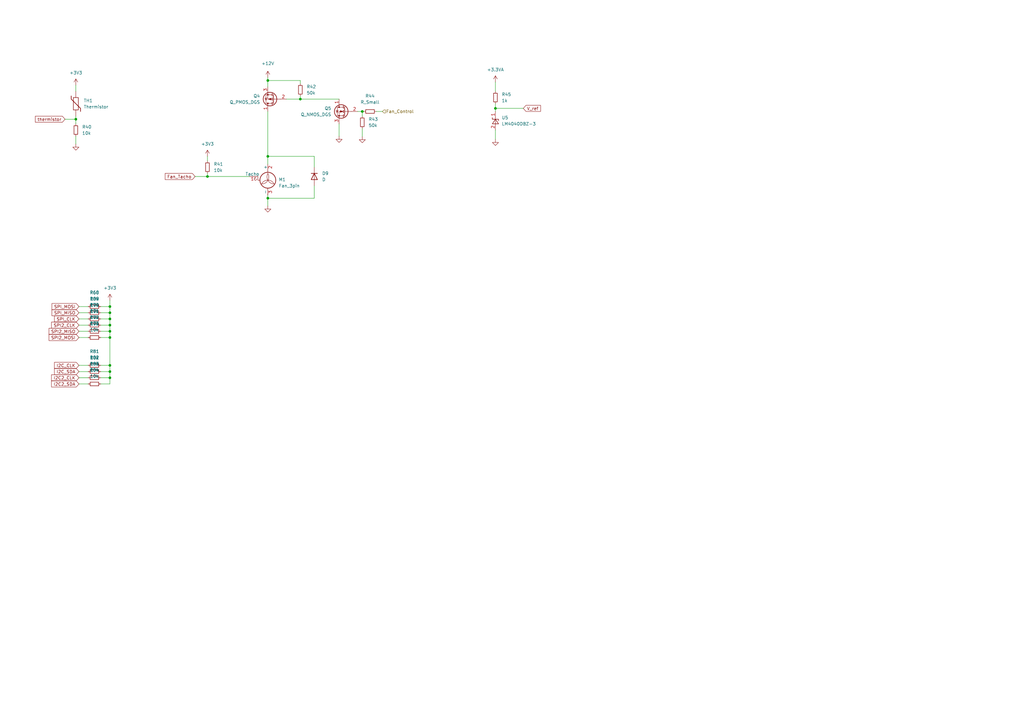
<source format=kicad_sch>
(kicad_sch (version 20211123) (generator eeschema)
  (paper "A3")
  (lib_symbols
    (symbol "Device:D" (pin_numbers hide) (pin_names (offset 1.016) hide)
      (property "Reference" "D" (at 0 2.54 0))
      (property "Value" "D" (at 0 -2.54 0))
      (symbol "D_0_1"
        (polyline (pts (xy -1.27 1.27) (xy -1.27 -1.27)) (stroke (width 0.254)))
        (polyline (pts (xy 1.27 0) (xy -1.27 0)))
        (polyline (pts (xy 1.27 1.27) (xy 1.27 -1.27) (xy -1.27 0) (xy 1.27 1.27)) (stroke (width 0.254)))
      )
      (symbol "D_1_1"
        (pin passive line (at -3.81 0 0) (length 2.54) (name "K") (number "1"))
        (pin passive line (at 3.81 0 180) (length 2.54) (name "A") (number "2"))
      )
    )
    (symbol "Device:Q_NMOS_DGS" (pin_names (offset 0) hide)
      (property "Reference" "Q" (at 5.08 1.27 0))
      (property "Value" "Q_NMOS_DGS" (at 5.08 -1.27 0))
      (symbol "Q_NMOS_DGS_0_1"
        (polyline (pts (xy 0.254 0) (xy -2.54 0)))
        (polyline (pts (xy 0.254 1.905) (xy 0.254 -1.905)) (stroke (width 0.254)))
        (polyline (pts (xy 0.762 -1.27) (xy 0.762 -2.286)) (stroke (width 0.254)))
        (polyline (pts (xy 0.762 0.508) (xy 0.762 -0.508)) (stroke (width 0.254)))
        (polyline (pts (xy 0.762 2.286) (xy 0.762 1.27)) (stroke (width 0.254)))
        (polyline (pts (xy 2.54 2.54) (xy 2.54 1.778)))
        (polyline (pts (xy 2.54 -2.54) (xy 2.54 0) (xy 0.762 0)))
        (polyline (pts (xy 0.762 -1.778) (xy 3.302 -1.778) (xy 3.302 1.778) (xy 0.762 1.778)))
        (polyline (pts (xy 1.016 0) (xy 2.032 0.381) (xy 2.032 -0.381) (xy 1.016 0)) (fill (type outline)))
        (polyline (pts (xy 2.794 0.508) (xy 2.921 0.381) (xy 3.683 0.381) (xy 3.81 0.254)))
        (polyline (pts (xy 3.302 0.381) (xy 2.921 -0.254) (xy 3.683 -0.254) (xy 3.302 0.381)))
        (circle (center 1.651 0) (radius 2.794) (stroke (width 0.254)))
        (circle (center 2.54 -1.778) (radius 0.254) (fill (type outline)))
        (circle (center 2.54 1.778) (radius 0.254) (fill (type outline)))
      )
      (symbol "Q_NMOS_DGS_1_1"
        (pin passive line (at 2.54 5.08 270) (length 2.54) (name "D") (number "1"))
        (pin input line (at -5.08 0 0) (length 2.54) (name "G") (number "2"))
        (pin passive line (at 2.54 -5.08 90) (length 2.54) (name "S") (number "3"))
      )
    )
    (symbol "Device:Q_PMOS_DGS" (pin_names (offset 0) hide)
      (property "Reference" "Q" (at 5.08 1.27 0))
      (property "Value" "Q_PMOS_DGS" (at 5.08 -1.27 0))
      (symbol "Q_PMOS_DGS_0_1"
        (polyline (pts (xy 0.254 0) (xy -2.54 0)))
        (polyline (pts (xy 0.254 1.905) (xy 0.254 -1.905)) (stroke (width 0.254)))
        (polyline (pts (xy 0.762 -1.27) (xy 0.762 -2.286)) (stroke (width 0.254)))
        (polyline (pts (xy 0.762 0.508) (xy 0.762 -0.508)) (stroke (width 0.254)))
        (polyline (pts (xy 0.762 2.286) (xy 0.762 1.27)) (stroke (width 0.254)))
        (polyline (pts (xy 2.54 2.54) (xy 2.54 1.778)))
        (polyline (pts (xy 2.54 -2.54) (xy 2.54 0) (xy 0.762 0)))
        (polyline (pts (xy 0.762 1.778) (xy 3.302 1.778) (xy 3.302 -1.778) (xy 0.762 -1.778)))
        (polyline (pts (xy 2.286 0) (xy 1.27 0.381) (xy 1.27 -0.381) (xy 2.286 0)) (fill (type outline)))
        (polyline (pts (xy 2.794 -0.508) (xy 2.921 -0.381) (xy 3.683 -0.381) (xy 3.81 -0.254)))
        (polyline (pts (xy 3.302 -0.381) (xy 2.921 0.254) (xy 3.683 0.254) (xy 3.302 -0.381)))
        (circle (center 1.651 0) (radius 2.794) (stroke (width 0.254)))
        (circle (center 2.54 -1.778) (radius 0.254) (fill (type outline)))
        (circle (center 2.54 1.778) (radius 0.254) (fill (type outline)))
      )
      (symbol "Q_PMOS_DGS_1_1"
        (pin passive line (at 2.54 5.08 270) (length 2.54) (name "D") (number "1"))
        (pin input line (at -5.08 0 0) (length 2.54) (name "G") (number "2"))
        (pin passive line (at 2.54 -5.08 90) (length 2.54) (name "S") (number "3"))
      )
    )
    (symbol "Device:R_Small" (pin_numbers hide) (pin_names (offset 0.254) hide)
      (property "Reference" "R" (at 0.762 0.508 0))
      (property "Value" "R_Small" (at 0.762 -1.016 0))
      (symbol "R_Small_0_1"
        (rectangle (start -0.762 1.778) (end 0.762 -1.778) (stroke (width 0.2032)))
      )
      (symbol "R_Small_1_1"
        (pin passive line (at 0 2.54 270) (length 0.762) (name "~") (number "1"))
        (pin passive line (at 0 -2.54 90) (length 0.762) (name "~") (number "2"))
      )
    )
    (symbol "Device:Thermistor" (pin_numbers hide) (pin_names (offset 0))
      (property "Reference" "TH" (at 2.54 1.27 90))
      (property "Value" "Thermistor" (at -2.54 0 90))
      (symbol "Thermistor_0_1"
        (rectangle (start -1.016 2.54) (end 1.016 -2.54) (stroke (width 0.2032)))
        (polyline (pts (xy -1.905 3.175) (xy -1.905 1.905) (xy 1.905 -1.905) (xy 1.905 -3.175) (xy 1.905 -3.175)) (stroke (width 0.254)))
      )
      (symbol "Thermistor_1_1"
        (pin passive line (at 0 5.08 270) (length 2.54) (name "~") (number "1"))
        (pin passive line (at 0 -5.08 90) (length 2.54) (name "~") (number "2"))
      )
    )
    (symbol "Motor:Fan_3pin" (pin_names (offset 0))
      (property "Reference" "M" (at 2.54 2.54 0))
      (property "Value" "Fan_3pin" (at 2.54 -5.08 0))
      (symbol "Fan_3pin_0_0"
        (arc (start -5.588 -1.016) (mid -5.08 -1.524) (end -4.572 -1.016))
        (arc (start -5.08 -0.508) (mid -5.4392 -0.6568) (end -5.588 -1.016))
        (polyline (pts (xy -5.08 -0.508) (xy -5.334 -0.381)))
        (polyline (pts (xy -5.08 -0.508) (xy -5.207 -0.762)))
        (polyline (pts (xy -4.064 0) (xy -4.064 -1.524) (xy -3.302 -1.524)))
      )
      (symbol "Fan_3pin_0_1"
        (arc (start -2.54 -3.048) (mid -0.0014 -1.6352) (end 0 1.27))
        (circle (center 0 -1.524) (radius 3.2512) (stroke (width 0.254)))
        (polyline (pts (xy -4.064 0) (xy -5.08 0)))
        (polyline (pts (xy 0 -7.62) (xy 0 -7.112)))
        (polyline (pts (xy 0 -4.7752) (xy 0 -5.1816)))
        (polyline (pts (xy 0 1.7272) (xy 0 2.0828)))
        (polyline (pts (xy 0 2.032) (xy 0 2.54)))
        (arc (start 0 1.27) (mid 0.0468 -1.6085) (end 2.54 -3.048))
        (arc (start 2.54 -3.048) (mid 0 -1.4782) (end -2.54 -3.048))
      )
      (symbol "Fan_3pin_1_1"
        (pin passive line (at -7.62 0 0) (length 2.54) (name "Tacho") (number "1"))
        (pin passive line (at 0 5.08 270) (length 2.54) (name "+") (number "2"))
        (pin passive line (at 0 -7.62 90) (length 2.54) (name "-") (number "3"))
      )
    )
    (symbol "Reference_Voltage:LM4040DBZ-3" (pin_names (offset 0.0254) hide)
      (property "Reference" "U" (at 0 2.54 0))
      (property "Value" "LM4040DBZ-3" (at 0 -3.175 0))
      (symbol "LM4040DBZ-3_0_1"
        (polyline (pts (xy -1.27 0) (xy 0 0) (xy 1.27 0)))
        (polyline (pts (xy -1.27 -1.27) (xy 0.635 0) (xy -1.27 1.27) (xy -1.27 -1.27)) (stroke (width 0.2032)))
        (polyline (pts (xy 0 -1.27) (xy 0.635 -1.27) (xy 0.635 1.27) (xy 1.27 1.27)) (stroke (width 0.2032)))
      )
      (symbol "LM4040DBZ-3_1_1"
        (pin passive line (at 3.81 0 180) (length 2.54) (name "K") (number "1"))
        (pin passive line (at -3.81 0 0) (length 2.54) (name "A") (number "2"))
      )
    )
    (symbol "power:+12V" (power) (pin_names (offset 0))
      (property "Value" "+12V" (at 0 3.556 0))
      (symbol "+12V_0_1"
        (polyline (pts (xy -0.762 1.27) (xy 0 2.54)))
        (polyline (pts (xy 0 0) (xy 0 2.54)))
        (polyline (pts (xy 0 2.54) (xy 0.762 1.27)))
      )
      (symbol "+12V_1_1"
        (pin power_in line (at 0 0 90) (length 0) hide (name "+12V") (number "1"))
      )
    )
    (symbol "power:+3.3V" (power) (pin_names (offset 0))
      (property "Value" "+3.3V" (at 0 3.556 0))
      (symbol "+3.3V_0_1"
        (polyline (pts (xy -0.762 1.27) (xy 0 2.54)))
        (polyline (pts (xy 0 0) (xy 0 2.54)))
        (polyline (pts (xy 0 2.54) (xy 0.762 1.27)))
      )
      (symbol "+3.3V_1_1"
        (pin power_in line (at 0 0 90) (length 0) hide (name "+3V3") (number "1"))
      )
    )
    (symbol "power:+3.3VA" (power) (pin_names (offset 0))
      (property "Value" "+3.3VA" (at 0 3.556 0))
      (symbol "+3.3VA_0_1"
        (polyline (pts (xy -0.762 1.27) (xy 0 2.54)))
        (polyline (pts (xy 0 0) (xy 0 2.54)))
        (polyline (pts (xy 0 2.54) (xy 0.762 1.27)))
      )
      (symbol "+3.3VA_1_1"
        (pin power_in line (at 0 0 90) (length 0) hide (name "+3.3VA") (number "1"))
      )
    )
    (symbol "power:+3V3" (power) (pin_names (offset 0))
      (property "Value" "+3V3" (at 0 3.556 0))
      (symbol "+3V3_0_1"
        (polyline (pts (xy -0.762 1.27) (xy 0 2.54)))
        (polyline (pts (xy 0 0) (xy 0 2.54)))
        (polyline (pts (xy 0 2.54) (xy 0.762 1.27)))
      )
      (symbol "+3V3_1_1"
        (pin power_in line (at 0 0 90) (length 0) hide (name "+3V3") (number "1"))
      )
    )
    (symbol "power:GND" (power) (pin_names (offset 0))
      (property "Value" "GND" (at 0 -3.81 0))
      (symbol "GND_0_1"
        (polyline (pts (xy 0 0) (xy 0 -1.27) (xy 1.27 -1.27) (xy 0 -2.54) (xy -1.27 -1.27) (xy 0 -1.27)))
      )
      (symbol "GND_1_1"
        (pin power_in line (at 0 0 270) (length 0) hide (name "GND") (number "1"))
      )
    )
  )
  (junction (at 45.085 154.94))
  (junction (at 45.085 152.4))
  (junction (at 45.085 133.35))
  (junction (at 45.085 130.81))
  (junction (at 148.59 45.72))
  (junction (at 109.855 81.28))
  (junction (at 45.085 135.89))
  (junction (at 109.855 33.02))
  (junction (at 109.855 64.135))
  (junction (at 31.115 48.895))
  (junction (at 45.085 125.73))
  (junction (at 85.09 72.39))
  (junction (at 203.2 44.45))
  (junction (at 45.085 138.43))
  (junction (at 45.085 149.86))
  (junction (at 123.19 40.64))
  (junction (at 45.085 128.27))
  (wire (pts (xy 32.385 138.43) (xy 36.195 138.43)))
  (wire (pts (xy 45.085 135.89) (xy 45.085 138.43)))
  (wire (pts (xy 41.275 149.86) (xy 45.085 149.86)))
  (wire (pts (xy 32.385 130.81) (xy 36.195 130.81)))
  (wire (pts (xy 80.01 72.39) (xy 85.09 72.39)))
  (wire (pts (xy 85.09 72.39) (xy 102.235 72.39)))
  (wire (pts (xy 203.2 33.655) (xy 203.2 37.465)))
  (wire (pts (xy 45.085 154.94) (xy 45.085 157.48)))
  (wire (pts (xy 109.855 81.28) (xy 109.855 84.455)))
  (wire (pts (xy 139.065 50.8) (xy 139.065 55.88)))
  (wire (pts (xy 45.085 133.35) (xy 45.085 135.89)))
  (wire (pts (xy 148.59 52.705) (xy 148.59 56.0086)))
  (wire (pts (xy 45.085 125.73) (xy 45.085 128.27)))
  (wire (pts (xy 41.275 128.27) (xy 45.085 128.27)))
  (wire (pts (xy 32.385 135.89) (xy 36.195 135.89)))
  (wire (pts (xy 109.855 64.135) (xy 128.905 64.135)))
  (wire (pts (xy 32.385 157.48) (xy 36.195 157.48)))
  (wire (pts (xy 41.275 154.94) (xy 45.085 154.94)))
  (wire (pts (xy 109.855 33.02) (xy 109.855 35.56)))
  (wire (pts (xy 26.67 48.895) (xy 31.115 48.895)))
  (wire (pts (xy 32.385 125.73) (xy 36.195 125.73)))
  (wire (pts (xy 109.855 64.135) (xy 109.855 67.31)))
  (wire (pts (xy 41.275 133.35) (xy 45.085 133.35)))
  (wire (pts (xy 41.275 135.89) (xy 45.085 135.89)))
  (wire (pts (xy 128.905 64.135) (xy 128.905 68.58)))
  (wire (pts (xy 85.09 71.12) (xy 85.09 72.39)))
  (wire (pts (xy 45.085 138.43) (xy 45.085 149.86)))
  (wire (pts (xy 41.275 157.48) (xy 45.085 157.48)))
  (wire (pts (xy 203.2 44.45) (xy 214.63 44.45)))
  (wire (pts (xy 117.475 40.64) (xy 123.19 40.64)))
  (wire (pts (xy 128.905 76.2) (xy 128.905 81.28)))
  (wire (pts (xy 41.275 138.43) (xy 45.085 138.43)))
  (wire (pts (xy 128.905 81.28) (xy 109.855 81.28)))
  (wire (pts (xy 203.2 53.34) (xy 203.2 57.15)))
  (wire (pts (xy 146.685 45.72) (xy 148.59 45.72)))
  (wire (pts (xy 45.085 128.27) (xy 45.085 130.81)))
  (wire (pts (xy 85.09 64.135) (xy 85.09 66.04)))
  (wire (pts (xy 123.19 40.64) (xy 139.065 40.64)))
  (wire (pts (xy 148.59 45.72) (xy 148.59 47.625)))
  (wire (pts (xy 45.085 149.86) (xy 45.085 152.4)))
  (wire (pts (xy 31.115 55.88) (xy 31.115 59.055)))
  (wire (pts (xy 41.275 152.4) (xy 45.085 152.4)))
  (wire (pts (xy 41.275 130.81) (xy 45.085 130.81)))
  (wire (pts (xy 109.855 45.72) (xy 109.855 64.135)))
  (wire (pts (xy 41.275 125.73) (xy 45.085 125.73)))
  (wire (pts (xy 154.305 45.72) (xy 156.845 45.72)))
  (wire (pts (xy 32.385 154.94) (xy 36.195 154.94)))
  (wire (pts (xy 203.2 42.545) (xy 203.2 44.45)))
  (wire (pts (xy 123.19 33.02) (xy 123.19 34.29)))
  (wire (pts (xy 109.855 33.02) (xy 123.19 33.02)))
  (wire (pts (xy 203.2 44.45) (xy 203.2 45.72)))
  (wire (pts (xy 109.855 80.01) (xy 109.855 81.28)))
  (wire (pts (xy 32.385 149.86) (xy 36.195 149.86)))
  (wire (pts (xy 45.085 123.19) (xy 45.085 125.73)))
  (wire (pts (xy 148.59 45.72) (xy 149.225 45.72)))
  (wire (pts (xy 45.085 152.4) (xy 45.085 154.94)))
  (wire (pts (xy 32.385 133.35) (xy 36.195 133.35)))
  (wire (pts (xy 32.385 152.4) (xy 36.195 152.4)))
  (wire (pts (xy 31.115 34.925) (xy 31.115 37.465)))
  (wire (pts (xy 45.085 130.81) (xy 45.085 133.35)))
  (wire (pts (xy 31.115 48.895) (xy 31.115 50.8)))
  (wire (pts (xy 123.19 39.37) (xy 123.19 40.64)))
  (wire (pts (xy 31.115 47.625) (xy 31.115 48.895)))
  (wire (pts (xy 109.855 31.75) (xy 109.855 33.02)))
  (wire (pts (xy 32.385 128.27) (xy 36.195 128.27)))
  (global_label "Fan_Tacho" (shape input) (at 80.01 72.39 180) (property "Intersheet References" "${INTERSHEET_REFS}" (effects hide)))
  (global_label "SPI_MOSI" (shape input) (at 32.385 125.73 180) (property "Intersheet References" "${INTERSHEET_REFS}" (effects hide)))
  (global_label "SPI2_MOSI" (shape input) (at 32.385 138.43 180) (property "Intersheet References" "${INTERSHEET_REFS}" (effects hide)))
  (global_label "I2C_CLK" (shape input) (at 32.385 149.86 180) (property "Intersheet References" "${INTERSHEET_REFS}" (effects hide)))
  (global_label "I2C_SDA" (shape input) (at 32.385 152.4 180) (property "Intersheet References" "${INTERSHEET_REFS}" (effects hide)))
  (global_label "V_ref" (shape input) (at 214.63 44.45 0) (property "Intersheet References" "${INTERSHEET_REFS}" (effects hide)))
  (global_label "thermistor" (shape input) (at 26.67 48.895 180) (property "Intersheet References" "${INTERSHEET_REFS}" (effects hide)))
  (global_label "I2C2_SDA" (shape input) (at 32.385 157.48 180) (property "Intersheet References" "${INTERSHEET_REFS}" (effects hide)))
  (global_label "SPI2_MISO" (shape input) (at 32.385 135.89 180) (property "Intersheet References" "${INTERSHEET_REFS}" (effects hide)))
  (global_label "SPI_MISO" (shape input) (at 32.385 128.27 180) (property "Intersheet References" "${INTERSHEET_REFS}" (effects hide)))
  (global_label "I2C2_CLK" (shape input) (at 32.385 154.94 180) (property "Intersheet References" "${INTERSHEET_REFS}" (effects hide)))
  (global_label "SPI_CLK" (shape input) (at 32.385 130.81 180) (property "Intersheet References" "${INTERSHEET_REFS}" (effects hide)))
  (global_label "SPI2_CLK" (shape input) (at 32.385 133.35 180) (property "Intersheet References" "${INTERSHEET_REFS}" (effects hide)))
  (hierarchical_label "Fan_Control" (shape input) (at 156.845 45.72 0))
  (symbol (lib_id "power:+3.3VA") (at 203.2 33.655 0) (mirror y) (unit 1)
    (property "Reference" "#PWR029" (effects hide))
    (property "Value" "+3.3VA" (at 203.2 28.575 0))
  )
  (symbol (lib_id "Device:R_Small") (at 203.2 40.005 0) (unit 1)
    (property "Reference" "R45" (at 205.74 38.7349 0) (effects (justify left)))
    (property "Value" "1k" (at 205.74 41.2749 0) (effects (justify left)))
    (property "Footprint" "Resistor_SMD:R_0603_1608Metric_Pad0.98x0.95mm_HandSolder" (effects hide))
  )
  (symbol (lib_id "Device:R_Small") (at 38.735 157.48 270) (unit 1)
    (property "Reference" "R84" (at 38.735 151.765 90))
    (property "Value" "10k" (at 38.735 154.305 90))
    (property "Footprint" "Resistor_SMD:R_0603_1608Metric_Pad0.98x0.95mm_HandSolder" (effects hide))
  )
  (symbol (lib_id "power:GND") (at 148.59 56.0086 0) (unit 1)
    (property "Reference" "#PWR028" (effects hide))
    (property "Value" "GND" (effects hide))
  )
  (symbol (lib_id "Device:R_Small") (at 38.735 128.27 270) (unit 1)
    (property "Reference" "R69" (at 38.735 122.555 90))
    (property "Value" "10k" (at 38.735 125.095 90))
    (property "Footprint" "Resistor_SMD:R_0603_1608Metric_Pad0.98x0.95mm_HandSolder" (effects hide))
  )
  (symbol (lib_id "power:GND") (at 31.115 59.055 0) (unit 1)
    (property "Reference" "#PWR023" (effects hide))
    (property "Value" "GND" (effects hide))
  )
  (symbol (lib_id "Device:R_Small") (at 148.59 50.165 180) (unit 1)
    (property "Reference" "R43" (at 151.13 48.8949 0) (effects (justify right)))
    (property "Value" "50k" (at 151.13 51.4349 0) (effects (justify right)))
    (property "Footprint" "Resistor_SMD:R_0603_1608Metric_Pad0.98x0.95mm_HandSolder" (effects hide))
  )
  (symbol (lib_id "Motor:Fan_3pin") (at 109.855 72.39 0) (unit 1)
    (property "Reference" "M1" (at 114.3 73.6599 0) (effects (justify left)))
    (property "Value" "Fan_3pin" (at 114.3 76.1999 0) (effects (justify left)))
    (property "Datasheet" "http://www.hardwarecanucks.com/forum/attachments/new-builds/16287d1330775095-help-chassis-power-fan-connectors-motherboard-asus_p8z68.jpg" (effects hide))
  )
  (symbol (lib_id "Device:Thermistor") (at 31.115 42.545 0) (unit 1)
    (property "Reference" "TH1" (at 34.29 41.2749 0) (effects (justify left)))
    (property "Value" "Thermistor" (at 34.29 43.8149 0) (effects (justify left)))
  )
  (symbol (lib_id "Device:Q_PMOS_DGS") (at 112.395 40.64 180) (unit 1)
    (property "Reference" "Q4" (at 106.68 39.3699 0) (effects (justify left)))
    (property "Value" "Q_PMOS_DGS" (at 106.68 41.9099 0) (effects (justify left)))
  )
  (symbol (lib_id "Device:R_Small") (at 31.115 53.34 180) (unit 1)
    (property "Reference" "R40" (at 33.655 52.0699 0) (effects (justify right)))
    (property "Value" "10k" (at 33.655 54.6099 0) (effects (justify right)))
    (property "Footprint" "Resistor_SMD:R_0603_1608Metric_Pad0.98x0.95mm_HandSolder" (effects hide))
  )
  (symbol (lib_id "Device:R_Small") (at 38.735 135.89 270) (unit 1)
    (property "Reference" "R72" (at 38.735 130.175 90))
    (property "Value" "10k" (at 38.735 132.715 90))
    (property "Footprint" "Resistor_SMD:R_0603_1608Metric_Pad0.98x0.95mm_HandSolder" (effects hide))
  )
  (symbol (lib_id "Device:R_Small") (at 38.735 138.43 270) (unit 1)
    (property "Reference" "R73" (at 38.735 132.715 90))
    (property "Value" "10k" (at 38.735 135.255 90))
    (property "Footprint" "Resistor_SMD:R_0603_1608Metric_Pad0.98x0.95mm_HandSolder" (effects hide))
  )
  (symbol (lib_id "Device:R_Small") (at 85.09 68.58 180) (unit 1)
    (property "Reference" "R41" (at 87.63 67.3099 0) (effects (justify right)))
    (property "Value" "10k" (at 87.63 69.8499 0) (effects (justify right)))
    (property "Footprint" "Resistor_SMD:R_0603_1608Metric_Pad0.98x0.95mm_HandSolder" (effects hide))
  )
  (symbol (lib_id "power:GND") (at 139.065 55.88 0) (unit 1)
    (property "Reference" "#PWR027" (effects hide))
    (property "Value" "GND" (effects hide))
  )
  (symbol (lib_id "power:+12V") (at 109.855 31.75 0) (unit 1)
    (property "Reference" "#PWR025" (effects hide))
    (property "Value" "+12V" (at 109.855 26.035 0))
  )
  (symbol (lib_id "Device:D") (at 128.905 72.39 270) (unit 1)
    (property "Reference" "D9" (at 132.08 71.1199 90) (effects (justify left)))
    (property "Value" "D" (at 132.08 73.6599 90) (effects (justify left)))
  )
  (symbol (lib_id "Device:R_Small") (at 38.735 125.73 270) (unit 1)
    (property "Reference" "R68" (at 38.735 120.015 90))
    (property "Value" "10k" (at 38.735 122.555 90))
    (property "Footprint" "Resistor_SMD:R_0603_1608Metric_Pad0.98x0.95mm_HandSolder" (effects hide))
  )
  (symbol (lib_id "Device:R_Small") (at 151.765 45.72 90) (unit 1)
    (property "Reference" "R44" (at 151.765 39.37 90))
    (property "Value" "R_Small" (at 151.765 41.91 90))
  )
  (symbol (lib_id "Device:R_Small") (at 38.735 149.86 270) (unit 1)
    (property "Reference" "R81" (at 38.735 144.145 90))
    (property "Value" "10k" (at 38.735 146.685 90))
    (property "Footprint" "Resistor_SMD:R_0603_1608Metric_Pad0.98x0.95mm_HandSolder" (effects hide))
  )
  (symbol (lib_id "Device:Q_NMOS_DGS") (at 141.605 45.72 0) (mirror y) (unit 1)
    (property "Reference" "Q5" (at 135.89 44.4499 0) (effects (justify left)))
    (property "Value" "Q_NMOS_DGS" (at 135.89 46.9899 0) (effects (justify left)))
  )
  (symbol (lib_id "Device:R_Small") (at 38.735 130.81 270) (unit 1)
    (property "Reference" "R70" (at 38.735 125.095 90))
    (property "Value" "10k" (at 38.735 127.635 90))
    (property "Footprint" "Resistor_SMD:R_0603_1608Metric_Pad0.98x0.95mm_HandSolder" (effects hide))
  )
  (symbol (lib_id "Device:R_Small") (at 38.735 154.94 270) (unit 1)
    (property "Reference" "R83" (at 38.735 149.225 90))
    (property "Value" "10k" (at 38.735 151.765 90))
    (property "Footprint" "Resistor_SMD:R_0603_1608Metric_Pad0.98x0.95mm_HandSolder" (effects hide))
  )
  (symbol (lib_id "power:GND") (at 109.855 84.455 0) (unit 1)
    (property "Reference" "#PWR026" (effects hide))
    (property "Value" "GND" (effects hide))
  )
  (symbol (lib_id "Device:R_Small") (at 123.19 36.83 180) (unit 1)
    (property "Reference" "R42" (at 125.73 35.5599 0) (effects (justify right)))
    (property "Value" "50k" (at 125.73 38.0999 0) (effects (justify right)))
    (property "Footprint" "Resistor_SMD:R_0603_1608Metric_Pad0.98x0.95mm_HandSolder" (effects hide))
  )
  (symbol (lib_id "power:GND") (at 203.2 57.15 0) (unit 1)
    (property "Reference" "#PWR030" (effects hide))
    (property "Value" "GND" (effects hide))
  )
  (symbol (lib_id "power:+3.3V") (at 45.085 123.19 0) (unit 1)
    (property "Reference" "#PWR077" (effects hide))
    (property "Value" "+3.3V" (at 45.085 118.11 0))
  )
  (symbol (lib_id "Reference_Voltage:LM4040DBZ-3") (at 203.2 49.53 90) (unit 1)
    (property "Reference" "U5" (at 205.74 48.2599 90) (effects (justify right)))
    (property "Value" "LM4040DBZ-3" (at 205.74 50.7999 90) (effects (justify right)))
    (property "Footprint" "Package_TO_SOT_SMD:SOT-23" (effects hide))
    (property "Datasheet" "http://www.ti.com/lit/ds/symlink/lm4040-n.pdf" (effects hide))
  )
  (symbol (lib_id "Device:R_Small") (at 38.735 152.4 270) (unit 1)
    (property "Reference" "R82" (at 38.735 146.685 90))
    (property "Value" "10k" (at 38.735 149.225 90))
    (property "Footprint" "Resistor_SMD:R_0603_1608Metric_Pad0.98x0.95mm_HandSolder" (effects hide))
  )
  (symbol (lib_id "power:+3V3") (at 31.115 34.925 0) (unit 1)
    (property "Reference" "#PWR022" (effects hide))
    (property "Value" "+3V3" (at 31.115 29.845 0))
  )
  (symbol (lib_id "Device:R_Small") (at 38.735 133.35 270) (unit 1)
    (property "Reference" "R71" (at 38.735 127.635 90))
    (property "Value" "10k" (at 38.735 130.175 90))
    (property "Footprint" "Resistor_SMD:R_0603_1608Metric_Pad0.98x0.95mm_HandSolder" (effects hide))
  )
  (symbol (lib_id "power:+3V3") (at 85.09 64.135 0) (unit 1)
    (property "Reference" "#PWR024" (effects hide))
    (property "Value" "+3V3" (at 85.09 59.055 0))
  )
)
</source>
